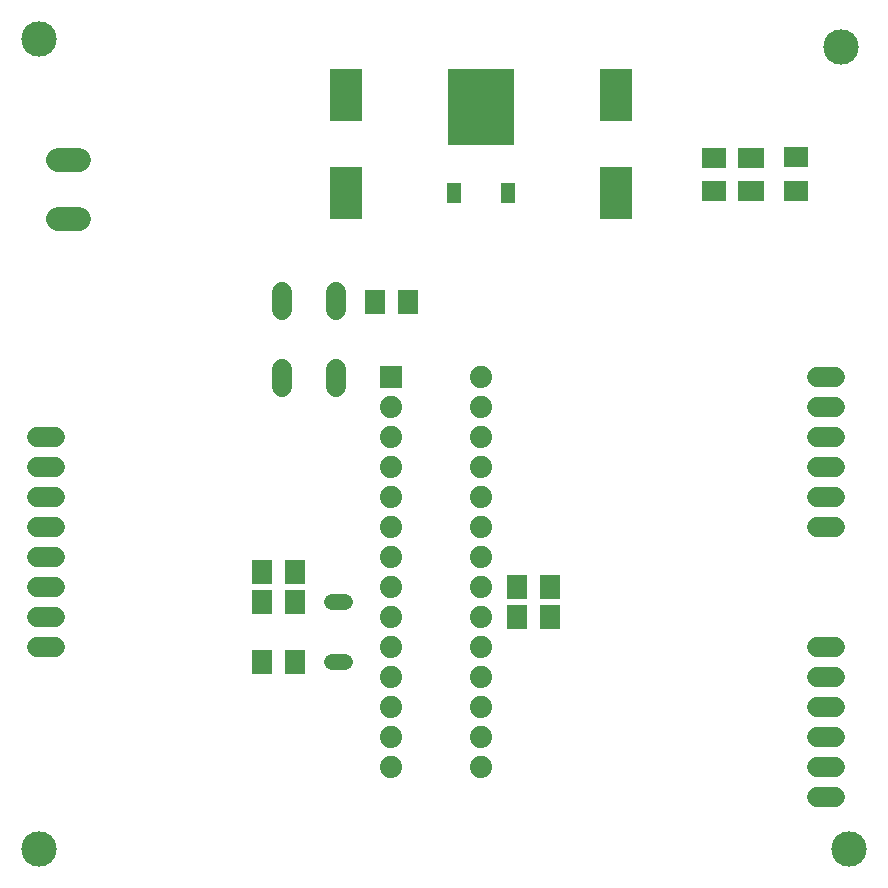
<source format=gts>
G75*
%MOIN*%
%OFA0B0*%
%FSLAX25Y25*%
%IPPOS*%
%LPD*%
%AMOC8*
5,1,8,0,0,1.08239X$1,22.5*
%
%ADD10R,0.10643X0.17729*%
%ADD11R,0.07887X0.07099*%
%ADD12R,0.07099X0.07887*%
%ADD13R,0.22060X0.25209*%
%ADD14R,0.04737X0.07099*%
%ADD15R,0.07898X0.07099*%
%ADD16C,0.05200*%
%ADD17R,0.08674X0.07099*%
%ADD18R,0.07099X0.07898*%
%ADD19C,0.06800*%
%ADD20R,0.07400X0.07400*%
%ADD21C,0.07400*%
%ADD22C,0.07850*%
%ADD23C,0.11824*%
D10*
X0118500Y0234661D03*
X0118500Y0267339D03*
X0208500Y0267339D03*
X0208500Y0234661D03*
D11*
X0241000Y0235488D03*
X0241000Y0246512D03*
D12*
X0101512Y0108500D03*
X0101512Y0098500D03*
X0090488Y0098500D03*
X0090488Y0108500D03*
X0090488Y0078500D03*
X0101512Y0078500D03*
X0175488Y0093500D03*
X0186512Y0093500D03*
X0186512Y0103500D03*
X0175488Y0103500D03*
D13*
X0163500Y0263343D03*
D14*
X0154524Y0234602D03*
X0172476Y0234602D03*
D15*
X0268500Y0235402D03*
X0268500Y0246598D03*
D16*
X0118200Y0098500D02*
X0113800Y0098500D01*
X0113800Y0078500D02*
X0118200Y0078500D01*
D17*
X0253500Y0235488D03*
X0253500Y0246512D03*
D18*
X0139098Y0198500D03*
X0127902Y0198500D03*
D19*
X0114900Y0195800D02*
X0114900Y0201800D01*
X0097100Y0201800D02*
X0097100Y0195800D01*
X0097100Y0176200D02*
X0097100Y0170200D01*
X0114900Y0170200D02*
X0114900Y0176200D01*
X0021500Y0153500D02*
X0015500Y0153500D01*
X0015500Y0143500D02*
X0021500Y0143500D01*
X0021500Y0133500D02*
X0015500Y0133500D01*
X0015500Y0123500D02*
X0021500Y0123500D01*
X0021500Y0113500D02*
X0015500Y0113500D01*
X0015500Y0103500D02*
X0021500Y0103500D01*
X0021500Y0093500D02*
X0015500Y0093500D01*
X0015500Y0083500D02*
X0021500Y0083500D01*
X0275500Y0083500D02*
X0281500Y0083500D01*
X0281500Y0073500D02*
X0275500Y0073500D01*
X0275500Y0063500D02*
X0281500Y0063500D01*
X0281500Y0053500D02*
X0275500Y0053500D01*
X0275500Y0043500D02*
X0281500Y0043500D01*
X0281500Y0033500D02*
X0275500Y0033500D01*
X0275500Y0123500D02*
X0281500Y0123500D01*
X0281500Y0133500D02*
X0275500Y0133500D01*
X0275500Y0143500D02*
X0281500Y0143500D01*
X0281500Y0153500D02*
X0275500Y0153500D01*
X0275500Y0163500D02*
X0281500Y0163500D01*
X0281500Y0173500D02*
X0275500Y0173500D01*
D20*
X0133500Y0173500D03*
D21*
X0133500Y0163500D03*
X0133500Y0153500D03*
X0133500Y0143500D03*
X0133500Y0133500D03*
X0133500Y0123500D03*
X0133500Y0113500D03*
X0133500Y0103500D03*
X0133500Y0093500D03*
X0133500Y0083500D03*
X0133500Y0073500D03*
X0133500Y0063500D03*
X0133500Y0053500D03*
X0133500Y0043500D03*
X0163500Y0043500D03*
X0163500Y0053500D03*
X0163500Y0063500D03*
X0163500Y0073500D03*
X0163500Y0083500D03*
X0163500Y0093500D03*
X0163500Y0103500D03*
X0163500Y0113500D03*
X0163500Y0123500D03*
X0163500Y0133500D03*
X0163500Y0143500D03*
X0163500Y0153500D03*
X0163500Y0163500D03*
X0163500Y0173500D03*
D22*
X0029525Y0226157D02*
X0022475Y0226157D01*
X0022475Y0245843D02*
X0029525Y0245843D01*
D23*
X0016000Y0016000D03*
X0283500Y0283500D03*
X0286000Y0016000D03*
X0016000Y0286000D03*
M02*

</source>
